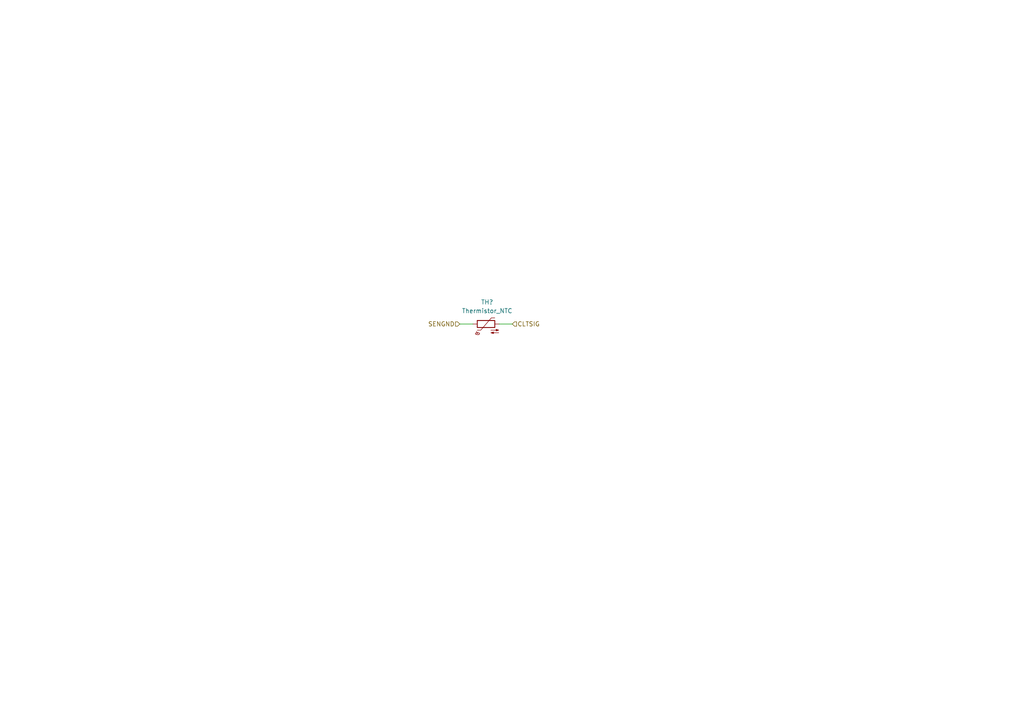
<source format=kicad_sch>
(kicad_sch (version 20230121) (generator eeschema)
  (paper "A4")
  (lib_symbols
    (symbol "Device:Thermistor_NTC" (pin_numbers hide) (pin_names (offset 0))
      (property "Reference" "TH" (at -4.445 0 90))
      (property "Value" "Thermistor_NTC" (at 3.175 0 90))
      (symbol "Thermistor_NTC_0_1"
        (arc (start -3.048 2.159) (mid -3.0495 2.3143) (end -3.175 2.413))
        (arc (start -3.048 2.159) (mid -2.9736 1.9794) (end -2.794 1.905))
        (arc (start -3.048 2.794) (mid -2.9736 2.6144) (end -2.794 2.54))
        (arc (start -2.794 1.905) (mid -2.6144 1.9794) (end -2.54 2.159))
        (arc (start -2.794 2.54) (mid -2.4393 2.5587) (end -2.159 2.794))
        (arc (start -2.794 3.048) (mid -2.9736 2.9736) (end -3.048 2.794))
        (arc (start -2.54 2.794) (mid -2.6144 2.9736) (end -2.794 3.048))
        (rectangle (start -1.016 2.54) (end 1.016 -2.54) (stroke (width 0.254)))
        (polyline (pts (xy -2.54 2.159) (xy -2.54 2.794)))
        (polyline (pts (xy -1.778 2.54) (xy -1.778 1.524) (xy 1.778 -1.524) (xy 1.778 -2.54)))
        (polyline (pts (xy -2.54 -3.683) (xy -2.54 -1.397) (xy -2.794 -2.159) (xy -2.286 -2.159) (xy -2.54 -1.397) (xy -2.54 -1.651)) (fill (type outline)))
        (polyline (pts (xy -1.778 -1.397) (xy -1.778 -3.683) (xy -2.032 -2.921) (xy -1.524 -2.921) (xy -1.778 -3.683) (xy -1.778 -3.429)) (fill (type outline)))
      )
      (symbol "Thermistor_NTC_1_1"
        (pin passive line (at 0 3.81 270) (length 1.27) (name "~") (number "1"))
        (pin passive line (at 0 -3.81 90) (length 1.27) (name "~") (number "2"))
      )
    )
  )
  (wire (pts (xy 133.35 93.98) (xy 137.16 93.98)))
  (wire (pts (xy 144.78 93.98) (xy 148.59 93.98)))
  (hierarchical_label "SENGND" (shape input) (at 133.35 93.98 180))
  (hierarchical_label "CLTSIG" (shape input) (at 148.59 93.98 0))
  (symbol (lib_id "Device:Thermistor_NTC") (at 140.97 93.98 90) (unit 1)
    (property "Reference" "TH?" (at 141.2875 87.63 90))
    (property "Value" "Thermistor_NTC" (at 141.2875 90.17 90))
  )
)
</source>
